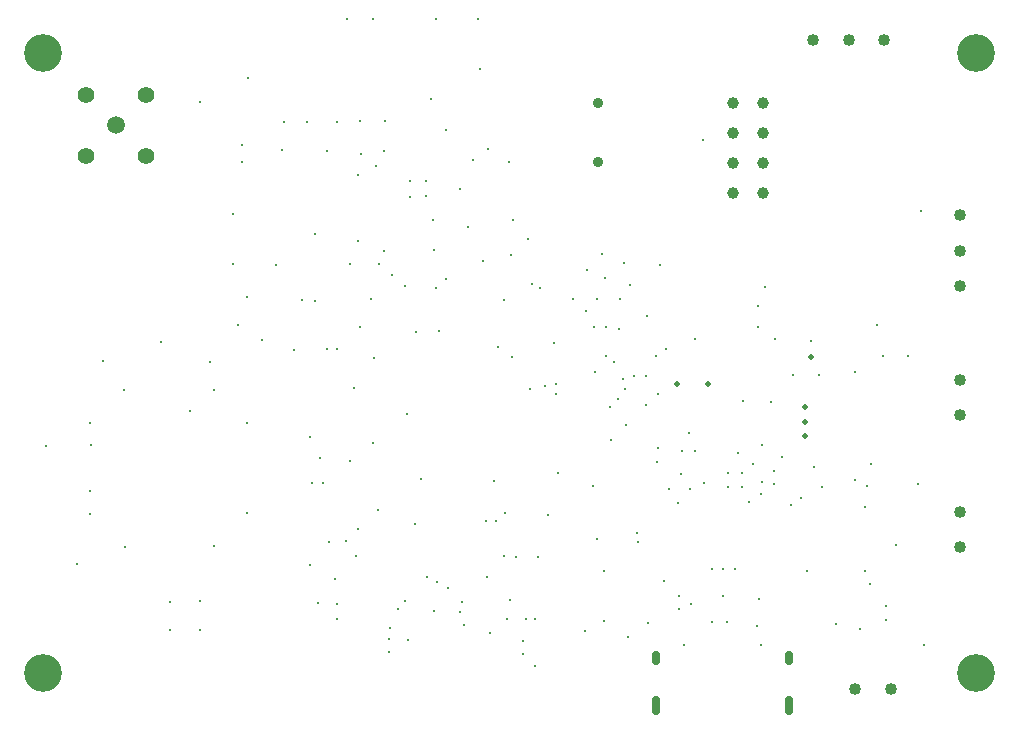
<source format=gbr>
%TF.GenerationSoftware,KiCad,Pcbnew,8.0.4*%
%TF.CreationDate,2025-04-02T01:15:29+07:00*%
%TF.ProjectId,FlightCom,466c6967-6874-4436-9f6d-2e6b69636164,rev?*%
%TF.SameCoordinates,Original*%
%TF.FileFunction,Plated,1,4,PTH,Mixed*%
%TF.FilePolarity,Positive*%
%FSLAX46Y46*%
G04 Gerber Fmt 4.6, Leading zero omitted, Abs format (unit mm)*
G04 Created by KiCad (PCBNEW 8.0.4) date 2025-04-02 01:15:29*
%MOMM*%
%LPD*%
G01*
G04 APERTURE LIST*
%TA.AperFunction,ViaDrill*%
%ADD10C,0.150000*%
%TD*%
%TA.AperFunction,ViaDrill*%
%ADD11C,0.200000*%
%TD*%
%TA.AperFunction,ComponentDrill*%
%ADD12C,0.200000*%
%TD*%
%TA.AperFunction,ViaDrill*%
%ADD13C,0.300000*%
%TD*%
%TA.AperFunction,ViaDrill*%
%ADD14C,0.500000*%
%TD*%
G04 aperture for slot hole*
%TA.AperFunction,ComponentDrill*%
%ADD15C,0.650000*%
%TD*%
%TA.AperFunction,ComponentDrill*%
%ADD16C,0.890000*%
%TD*%
%TA.AperFunction,ComponentDrill*%
%ADD17C,1.000000*%
%TD*%
%TA.AperFunction,ComponentDrill*%
%ADD18C,1.020000*%
%TD*%
%TA.AperFunction,ComponentDrill*%
%ADD19C,1.397000*%
%TD*%
%TA.AperFunction,ComponentDrill*%
%ADD20C,1.498600*%
%TD*%
%TA.AperFunction,ComponentDrill*%
%ADD21C,3.200000*%
%TD*%
G04 APERTURE END LIST*
D10*
X146800000Y-78200000D03*
X148600000Y-78550000D03*
X148600000Y-79550000D03*
X148600000Y-80050000D03*
X148600000Y-80550000D03*
X149600000Y-79050000D03*
X150100000Y-77050000D03*
X150600000Y-78550000D03*
X151100000Y-79050000D03*
X151264124Y-77935876D03*
X152100000Y-79050000D03*
X152650000Y-76100000D03*
X153050000Y-76350000D03*
X153100000Y-78300000D03*
X153250000Y-79050000D03*
X153600000Y-79550000D03*
X154100000Y-79050000D03*
X154100000Y-80550000D03*
X154600000Y-78550000D03*
X154600000Y-79550000D03*
D11*
X126511091Y-97411091D03*
D12*
%TO.C,U3*%
X149075000Y-91250000D03*
X150175000Y-91250000D03*
%TO.C,U1*%
X153005000Y-93080000D03*
X153005000Y-94260000D03*
X154185000Y-93080000D03*
X154185000Y-94260000D03*
%TD*%
D13*
X95200000Y-90750000D03*
X97900000Y-100750000D03*
X98925000Y-96525000D03*
X98975000Y-88825000D03*
X98975000Y-94575000D03*
X99024999Y-90725003D03*
X100025000Y-83575000D03*
X101875000Y-86075000D03*
X101925000Y-99325000D03*
X104950000Y-81950000D03*
X105750000Y-104000000D03*
X105750000Y-106400000D03*
X107400000Y-87800000D03*
X108300000Y-61650000D03*
X108300000Y-103950000D03*
X108300000Y-106400000D03*
X109150000Y-83650000D03*
X109475000Y-86025000D03*
X109475000Y-99275000D03*
X111050000Y-71150000D03*
X111100000Y-75400000D03*
X111500000Y-80550000D03*
X111850000Y-65290000D03*
X111850000Y-66750000D03*
X112225000Y-96425000D03*
X112225003Y-88825002D03*
X112250000Y-78200000D03*
X112300000Y-59650000D03*
X113500000Y-81850000D03*
X114700000Y-75450000D03*
X115200000Y-65750000D03*
X115400000Y-63350000D03*
X116250000Y-82700000D03*
X116950000Y-78400000D03*
X117350000Y-63350000D03*
X117564513Y-89985487D03*
X117600000Y-100900000D03*
X117801656Y-93952500D03*
X118000000Y-78500000D03*
X118042500Y-72800000D03*
X118301250Y-104098750D03*
X118425000Y-91825000D03*
X118650000Y-93952500D03*
X119050000Y-65850000D03*
X119050000Y-82600000D03*
X119200000Y-98950000D03*
X119750000Y-102050000D03*
X119850000Y-63350000D03*
X119850000Y-82600000D03*
X119851250Y-104198750D03*
X119851250Y-105448750D03*
X120600000Y-98850000D03*
X120700000Y-54600000D03*
X120950000Y-75400000D03*
X120950000Y-92067500D03*
X121300000Y-85900000D03*
X121450000Y-100100000D03*
X121650000Y-73450000D03*
X121650000Y-97850000D03*
X121662500Y-67850000D03*
X121800000Y-80750000D03*
X121850000Y-63300000D03*
X121950000Y-66050000D03*
X122750000Y-78300000D03*
X122950000Y-54600000D03*
X122950000Y-90500000D03*
X123000000Y-83350000D03*
X123150000Y-67050000D03*
X123350000Y-96200000D03*
X123400000Y-75400000D03*
X123850000Y-65850000D03*
X123850000Y-74300000D03*
X123900000Y-63300000D03*
X124300000Y-107150000D03*
X124300000Y-108200000D03*
X124400000Y-106200000D03*
X124550000Y-76350000D03*
X125000000Y-104550000D03*
X125635000Y-77200000D03*
X125650000Y-103900000D03*
X125800000Y-88050000D03*
X125900000Y-107200000D03*
X126050000Y-69700000D03*
X126100000Y-68350000D03*
X126550000Y-81100000D03*
X126950000Y-93550000D03*
X127450000Y-68350000D03*
X127450000Y-69650000D03*
X127500000Y-101900000D03*
X127800000Y-61450000D03*
X128000000Y-71650000D03*
X128050000Y-74200000D03*
X128100000Y-104800000D03*
X128250000Y-77450000D03*
X128300000Y-54600000D03*
X128375000Y-102325000D03*
X128544220Y-81020541D03*
X129100000Y-76650000D03*
X129115000Y-64000000D03*
X129300000Y-102800000D03*
X130248803Y-69050000D03*
X130319446Y-104830554D03*
X130422491Y-104014359D03*
X130600000Y-105950000D03*
X130950001Y-72219238D03*
X131350000Y-66600000D03*
X131850000Y-54650000D03*
X132000000Y-58900000D03*
X132250000Y-75106067D03*
X132488612Y-97155446D03*
X132609620Y-101859620D03*
X132650000Y-65620000D03*
X132850000Y-106650000D03*
X133200000Y-93750000D03*
X133350000Y-97150000D03*
X133500000Y-82400000D03*
X133975000Y-78450000D03*
X134050000Y-100100000D03*
X134075000Y-96475000D03*
X134250000Y-105400000D03*
X134450000Y-66750000D03*
X134500000Y-103800000D03*
X134650000Y-74650000D03*
X134700000Y-83250000D03*
X134806066Y-71656067D03*
X135066531Y-100150000D03*
X135600000Y-108440000D03*
X135650000Y-107310000D03*
X135850000Y-105400000D03*
X136036578Y-73300000D03*
X136249997Y-86000000D03*
X136418671Y-77030721D03*
X136600000Y-109400000D03*
X136650000Y-105400000D03*
X136921825Y-100200307D03*
X137100000Y-77450000D03*
X137500000Y-85750000D03*
X137725000Y-96600000D03*
X138250000Y-82050000D03*
X138450000Y-85550000D03*
X138455550Y-86393321D03*
X138550000Y-93050000D03*
X139880000Y-78350000D03*
X140845000Y-106460000D03*
X140950000Y-79400000D03*
X141050000Y-75850000D03*
X141550000Y-94150000D03*
X141650000Y-80750000D03*
X141750000Y-84550000D03*
X141850000Y-98700000D03*
X141880000Y-78350000D03*
X142350000Y-74550000D03*
X142490000Y-101370000D03*
X142520000Y-105610000D03*
X142566841Y-76549984D03*
X142650000Y-80750000D03*
X142650000Y-83200000D03*
X142950000Y-87450000D03*
X143052195Y-90296311D03*
X143317892Y-83667892D03*
X143700000Y-86850000D03*
X143750000Y-80850000D03*
X143830000Y-78350000D03*
X144119301Y-85130001D03*
X144150000Y-75300000D03*
X144250000Y-85950000D03*
X144350735Y-89049265D03*
X144495000Y-106960000D03*
X144700000Y-77150000D03*
X145000000Y-84900000D03*
X145300000Y-98150000D03*
X145350000Y-98950000D03*
X146000000Y-87350000D03*
X146070000Y-84850000D03*
X146150000Y-79800000D03*
X146200000Y-105800000D03*
X146850000Y-83200000D03*
X146975000Y-92150000D03*
X147025000Y-90950000D03*
X147050000Y-86400000D03*
X147250000Y-75450000D03*
X147550000Y-102250000D03*
X147750000Y-82600000D03*
X148025000Y-94450000D03*
X148750000Y-95600000D03*
X148797500Y-104600000D03*
X148800000Y-103500000D03*
X149000000Y-93200000D03*
X149250000Y-107650000D03*
X149650000Y-89650000D03*
X149800000Y-94450000D03*
X149850000Y-104152500D03*
X150200000Y-81750000D03*
X150840000Y-64910000D03*
X150950000Y-93932500D03*
X151628250Y-105650000D03*
X151650000Y-101175000D03*
X152600000Y-101175000D03*
X152600000Y-103450000D03*
X152928250Y-105650000D03*
X153550000Y-101175000D03*
X153800000Y-91350000D03*
X154275000Y-87000000D03*
X154750000Y-95550000D03*
X155100000Y-92350000D03*
X155450000Y-106050000D03*
X155500000Y-78950000D03*
X155550000Y-80750000D03*
X155600000Y-103750000D03*
X155750000Y-107612500D03*
X155800000Y-94850000D03*
X155897500Y-90682500D03*
X155900000Y-93850000D03*
X156100000Y-77300000D03*
X156625000Y-87100000D03*
X156900000Y-92882500D03*
X156918370Y-93999130D03*
X157000000Y-81700000D03*
X157575000Y-91700000D03*
X158300000Y-95750000D03*
X158500000Y-84750000D03*
X159200000Y-95150000D03*
X159650000Y-101400000D03*
X159975000Y-81875000D03*
X160300000Y-92600000D03*
X160700000Y-84750000D03*
X160900000Y-94300000D03*
X162150000Y-105900000D03*
X163700000Y-84500000D03*
X163750000Y-93650000D03*
X164150000Y-106250000D03*
X164600000Y-95950000D03*
X164600000Y-101350000D03*
X164750000Y-94150000D03*
X165000000Y-102450000D03*
X165050000Y-92300000D03*
X165575000Y-80550000D03*
X166100000Y-83150000D03*
X166392500Y-104302500D03*
X166392500Y-105517500D03*
X167200000Y-99200000D03*
X168250000Y-83200000D03*
X169050000Y-94000000D03*
X169300000Y-70900000D03*
X169550000Y-107650000D03*
D14*
X148625000Y-85550000D03*
X151275000Y-85550000D03*
X159500000Y-87450000D03*
X159500000Y-88750000D03*
X159500000Y-89900000D03*
X160025000Y-83275000D03*
D15*
%TO.C,USB1*%
X146908250Y-109000000D02*
X146908250Y-108500000D01*
X146908250Y-113200000D02*
X146908250Y-112300000D01*
X158148250Y-109000000D02*
X158148250Y-108500000D01*
X158148250Y-113200000D02*
X158148250Y-112300000D01*
D16*
%TO.C,LS1*%
X141950000Y-61750000D03*
X141950000Y-66750000D03*
D17*
%TO.C,J4*%
X153400000Y-61720000D03*
X153400000Y-64260000D03*
X153400000Y-66800000D03*
X153400000Y-69340000D03*
X155940000Y-61720000D03*
X155940000Y-64260000D03*
X155940000Y-66800000D03*
X155940000Y-69340000D03*
D18*
%TO.C,J2*%
X160200000Y-56440000D03*
X163200000Y-56440000D03*
%TO.C,J8*%
X163750000Y-111335000D03*
%TO.C,J2*%
X166200000Y-56440000D03*
%TO.C,J8*%
X166750000Y-111335000D03*
%TO.C,J1*%
X172585000Y-85200000D03*
X172585000Y-88200000D03*
%TO.C,J10*%
X172635000Y-71250000D03*
X172635000Y-74250000D03*
X172635000Y-77250000D03*
%TO.C,J7*%
X172650000Y-96350000D03*
X172650000Y-99350000D03*
D19*
%TO.C,J3*%
X98594600Y-61094600D03*
X98594600Y-66200000D03*
X103700000Y-61094600D03*
X103700000Y-66200000D03*
D20*
X101147300Y-63647300D03*
D21*
%TO.C,H2*%
X95000000Y-57500000D03*
%TO.C,H1*%
X95000000Y-110000000D03*
%TO.C,H3*%
X174000000Y-57500000D03*
%TO.C,H4*%
X174000000Y-110000000D03*
M02*

</source>
